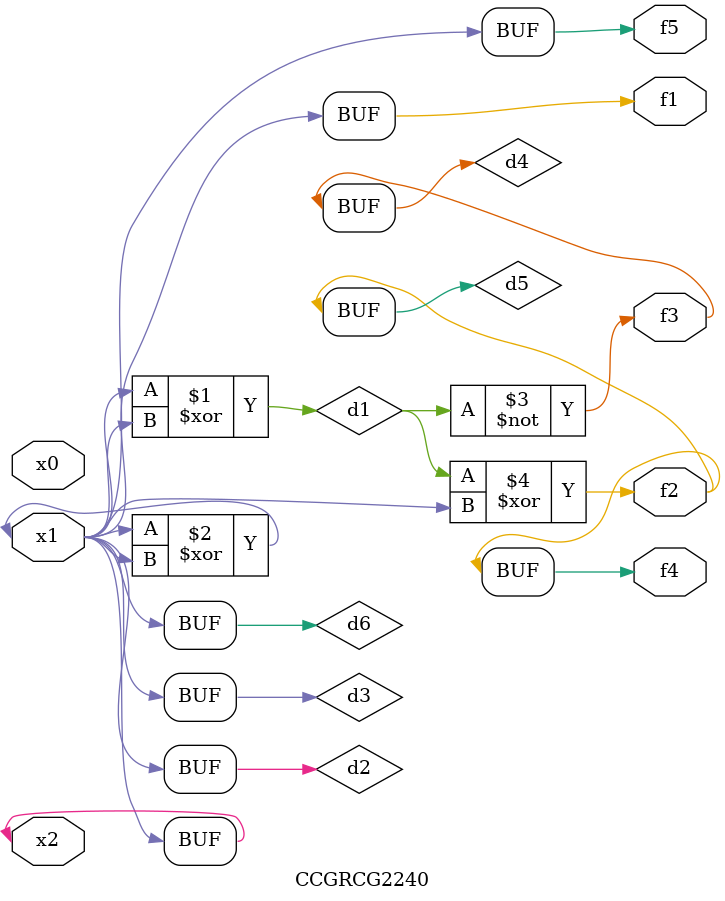
<source format=v>
module CCGRCG2240(
	input x0, x1, x2,
	output f1, f2, f3, f4, f5
);

	wire d1, d2, d3, d4, d5, d6;

	xor (d1, x1, x2);
	buf (d2, x1, x2);
	xor (d3, x1, x2);
	nor (d4, d1);
	xor (d5, d1, d2);
	buf (d6, d2, d3);
	assign f1 = d6;
	assign f2 = d5;
	assign f3 = d4;
	assign f4 = d5;
	assign f5 = d6;
endmodule

</source>
